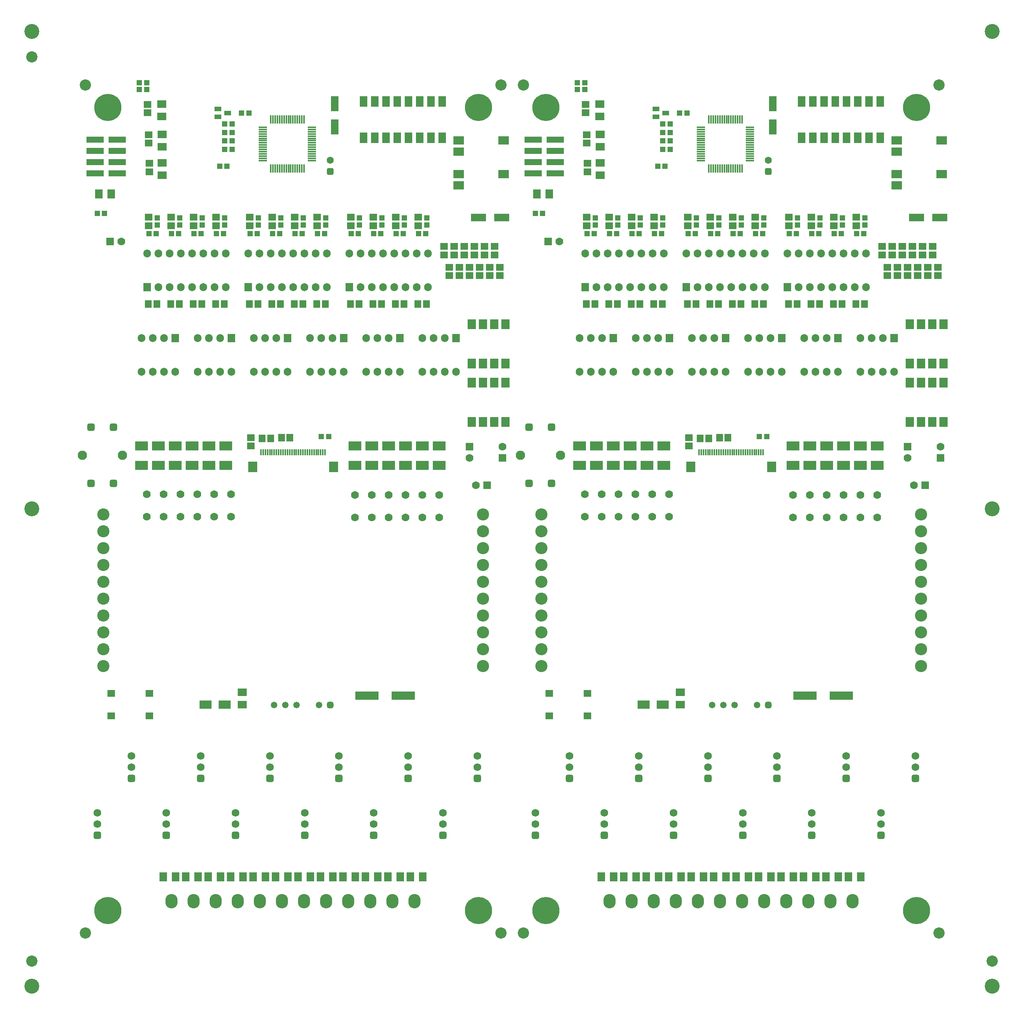
<source format=gts>
%FSLAX25Y25*%
%MOIN*%
G70*
G01*
G75*
G04 Layer_Color=8388736*
%ADD10C,0.05000*%
%ADD11R,0.06000X0.05500*%
%ADD12R,0.20000X0.07000*%
%ADD13R,0.10000X0.07000*%
%ADD14R,0.07087X0.06299*%
%ADD15R,0.14500X0.05000*%
%ADD16O,0.07087X0.01181*%
%ADD17O,0.01181X0.07087*%
%ADD18R,0.07087X0.08661*%
%ADD19R,0.01181X0.05118*%
%ADD20R,0.05906X0.05118*%
%ADD21R,0.10630X0.07087*%
%ADD22R,0.05118X0.05906*%
%ADD23R,0.06000X0.08500*%
%ADD24R,0.04331X0.03937*%
%ADD25R,0.03937X0.04331*%
%ADD26R,0.06299X0.07087*%
%ADD27R,0.05600X0.03600*%
%ADD28R,0.06000X0.12500*%
%ADD29R,0.12500X0.06000*%
%ADD30R,0.07000X0.08000*%
%ADD31R,0.09000X0.06500*%
%ADD32C,0.10000*%
%ADD33C,0.05000*%
%ADD34C,0.13000*%
%ADD35C,0.08000*%
%ADD36C,0.01000*%
%ADD37C,0.01200*%
%ADD38C,0.02500*%
%ADD39C,0.02000*%
%ADD40C,0.00800*%
%ADD41C,0.12500*%
G04:AMPARAMS|DCode=42|XSize=55mil|YSize=55mil|CornerRadius=13.75mil|HoleSize=0mil|Usage=FLASHONLY|Rotation=180.000|XOffset=0mil|YOffset=0mil|HoleType=Round|Shape=RoundedRectangle|*
%AMROUNDEDRECTD42*
21,1,0.05500,0.02750,0,0,180.0*
21,1,0.02750,0.05500,0,0,180.0*
1,1,0.02750,-0.01375,0.01375*
1,1,0.02750,0.01375,0.01375*
1,1,0.02750,0.01375,-0.01375*
1,1,0.02750,-0.01375,-0.01375*
%
%ADD42ROUNDEDRECTD42*%
%ADD43C,0.05500*%
G04:AMPARAMS|DCode=44|XSize=50mil|YSize=50mil|CornerRadius=12.5mil|HoleSize=0mil|Usage=FLASHONLY|Rotation=180.000|XOffset=0mil|YOffset=0mil|HoleType=Round|Shape=RoundedRectangle|*
%AMROUNDEDRECTD44*
21,1,0.05000,0.02500,0,0,180.0*
21,1,0.02500,0.05000,0,0,180.0*
1,1,0.02500,-0.01250,0.01250*
1,1,0.02500,0.01250,0.01250*
1,1,0.02500,0.01250,-0.01250*
1,1,0.02500,-0.01250,-0.01250*
%
%ADD44ROUNDEDRECTD44*%
G04:AMPARAMS|DCode=45|XSize=60mil|YSize=60mil|CornerRadius=15mil|HoleSize=0mil|Usage=FLASHONLY|Rotation=90.000|XOffset=0mil|YOffset=0mil|HoleType=Round|Shape=RoundedRectangle|*
%AMROUNDEDRECTD45*
21,1,0.06000,0.03000,0,0,90.0*
21,1,0.03000,0.06000,0,0,90.0*
1,1,0.03000,0.01500,0.01500*
1,1,0.03000,0.01500,-0.01500*
1,1,0.03000,-0.01500,-0.01500*
1,1,0.03000,-0.01500,0.01500*
%
%ADD45ROUNDEDRECTD45*%
%ADD46C,0.06000*%
%ADD47C,0.07500*%
%ADD48C,0.06200*%
%ADD49R,0.06200X0.06200*%
%ADD50C,0.10000*%
%ADD51C,0.23400*%
%ADD52O,0.10000X0.12000*%
%ADD53O,0.06000X0.06400*%
%ADD54R,0.06000X0.06400*%
%ADD55R,0.06200X0.06200*%
%ADD56C,0.08000*%
%ADD57C,0.03000*%
%ADD58R,0.25590X0.23622*%
%ADD59R,0.11800X0.06300*%
%ADD60R,0.02500X0.06000*%
%ADD61R,0.06000X0.02500*%
%ADD62R,0.09000X0.10000*%
%ADD63C,0.03000*%
%ADD64C,0.00984*%
%ADD65C,0.02362*%
%ADD66C,0.01600*%
%ADD67C,0.00787*%
%ADD68C,0.00699*%
%ADD69C,0.01500*%
%ADD70C,0.00500*%
%ADD71R,0.19000X0.55500*%
G04:AMPARAMS|DCode=72|XSize=51.06mil|YSize=51.06mil|CornerRadius=12.77mil|HoleSize=0mil|Usage=FLASHONLY|Rotation=0.000|XOffset=0mil|YOffset=0mil|HoleType=Round|Shape=RoundedRectangle|*
%AMROUNDEDRECTD72*
21,1,0.05106,0.02553,0,0,0.0*
21,1,0.02553,0.05106,0,0,0.0*
1,1,0.02553,0.01277,-0.01277*
1,1,0.02553,-0.01277,-0.01277*
1,1,0.02553,-0.01277,0.01277*
1,1,0.02553,0.01277,0.01277*
%
%ADD72ROUNDEDRECTD72*%
%ADD73C,0.05106*%
%ADD74P,0.09051X4X270.0*%
%ADD75R,0.06000X0.06000*%
%ADD76O,0.10200X0.12200*%
%ADD77P,0.09051X4X360.0*%
%ADD78R,0.06890X0.08465*%
%ADD79R,0.06800X0.06300*%
%ADD80R,0.20800X0.07800*%
%ADD81R,0.10800X0.07800*%
%ADD82R,0.07887X0.07099*%
%ADD83R,0.15300X0.05800*%
%ADD84O,0.07387X0.01481*%
%ADD85O,0.01481X0.07387*%
%ADD86R,0.07874X0.09449*%
%ADD87R,0.01481X0.05418*%
%ADD88R,0.06706X0.05918*%
%ADD89R,0.11430X0.07887*%
%ADD90R,0.05918X0.06706*%
%ADD91R,0.06800X0.09300*%
%ADD92R,0.05131X0.04737*%
%ADD93R,0.04737X0.05131*%
%ADD94R,0.07099X0.07887*%
%ADD95R,0.06400X0.04400*%
%ADD96R,0.06800X0.13300*%
%ADD97R,0.13300X0.06800*%
%ADD98R,0.07800X0.08800*%
%ADD99R,0.09800X0.07300*%
%ADD100C,0.13300*%
G04:AMPARAMS|DCode=101|XSize=63mil|YSize=63mil|CornerRadius=17.75mil|HoleSize=0mil|Usage=FLASHONLY|Rotation=180.000|XOffset=0mil|YOffset=0mil|HoleType=Round|Shape=RoundedRectangle|*
%AMROUNDEDRECTD101*
21,1,0.06300,0.02750,0,0,180.0*
21,1,0.02750,0.06300,0,0,180.0*
1,1,0.03550,-0.01375,0.01375*
1,1,0.03550,0.01375,0.01375*
1,1,0.03550,0.01375,-0.01375*
1,1,0.03550,-0.01375,-0.01375*
%
%ADD101ROUNDEDRECTD101*%
%ADD102C,0.06300*%
%ADD103C,0.05800*%
G04:AMPARAMS|DCode=104|XSize=58mil|YSize=58mil|CornerRadius=16.5mil|HoleSize=0mil|Usage=FLASHONLY|Rotation=180.000|XOffset=0mil|YOffset=0mil|HoleType=Round|Shape=RoundedRectangle|*
%AMROUNDEDRECTD104*
21,1,0.05800,0.02500,0,0,180.0*
21,1,0.02500,0.05800,0,0,180.0*
1,1,0.03300,-0.01250,0.01250*
1,1,0.03300,0.01250,0.01250*
1,1,0.03300,0.01250,-0.01250*
1,1,0.03300,-0.01250,-0.01250*
%
%ADD104ROUNDEDRECTD104*%
G04:AMPARAMS|DCode=105|XSize=68mil|YSize=68mil|CornerRadius=19mil|HoleSize=0mil|Usage=FLASHONLY|Rotation=90.000|XOffset=0mil|YOffset=0mil|HoleType=Round|Shape=RoundedRectangle|*
%AMROUNDEDRECTD105*
21,1,0.06800,0.03000,0,0,90.0*
21,1,0.03000,0.06800,0,0,90.0*
1,1,0.03800,0.01500,0.01500*
1,1,0.03800,0.01500,-0.01500*
1,1,0.03800,-0.01500,-0.01500*
1,1,0.03800,-0.01500,0.01500*
%
%ADD105ROUNDEDRECTD105*%
%ADD106C,0.06800*%
%ADD107C,0.08300*%
%ADD108C,0.07000*%
%ADD109R,0.07000X0.07000*%
%ADD110C,0.10800*%
%ADD111C,0.24200*%
%ADD112O,0.10800X0.12800*%
%ADD113O,0.06800X0.07200*%
%ADD114R,0.06800X0.07200*%
%ADD115R,0.07000X0.07000*%
G54D50*
X12500Y840000D02*
D03*
X867500Y35000D02*
D03*
X12500D02*
D03*
X60000Y60000D02*
D03*
X430000Y60000D02*
D03*
X60000Y815000D02*
D03*
X430000D02*
D03*
X450000Y60000D02*
D03*
X820000Y60000D02*
D03*
X450000Y815000D02*
D03*
X820000D02*
D03*
G54D79*
X83000Y253100D02*
D03*
Y273100D02*
D03*
X117000Y253100D02*
D03*
Y273100D02*
D03*
X473000Y253100D02*
D03*
Y273100D02*
D03*
X507000Y253100D02*
D03*
Y273100D02*
D03*
G54D80*
X310750Y271400D02*
D03*
X343250D02*
D03*
X700750D02*
D03*
X733250D02*
D03*
G54D81*
X184000Y263300D02*
D03*
X167000D02*
D03*
X574000D02*
D03*
X557000D02*
D03*
G54D82*
X199800Y274300D02*
D03*
Y263300D02*
D03*
X128000Y798000D02*
D03*
Y787000D02*
D03*
X128500Y771000D02*
D03*
Y760000D02*
D03*
Y745500D02*
D03*
Y734500D02*
D03*
X589800Y274300D02*
D03*
Y263300D02*
D03*
X518000Y798000D02*
D03*
Y787000D02*
D03*
X518500Y771000D02*
D03*
Y760000D02*
D03*
Y745500D02*
D03*
Y734500D02*
D03*
G54D83*
X68950Y746400D02*
D03*
Y736400D02*
D03*
Y766400D02*
D03*
Y756400D02*
D03*
X88450Y746400D02*
D03*
Y736400D02*
D03*
Y766400D02*
D03*
Y756400D02*
D03*
X458950Y746400D02*
D03*
Y736400D02*
D03*
Y766400D02*
D03*
Y756400D02*
D03*
X478450Y746400D02*
D03*
Y736400D02*
D03*
Y766400D02*
D03*
Y756400D02*
D03*
G54D84*
X218150Y777264D02*
D03*
Y775295D02*
D03*
Y773327D02*
D03*
Y771358D02*
D03*
Y769390D02*
D03*
Y767421D02*
D03*
Y765453D02*
D03*
Y763484D02*
D03*
Y761516D02*
D03*
Y759547D02*
D03*
Y757579D02*
D03*
Y755610D02*
D03*
Y753642D02*
D03*
Y751673D02*
D03*
Y749705D02*
D03*
Y747736D02*
D03*
X261850D02*
D03*
Y749705D02*
D03*
Y751673D02*
D03*
Y753642D02*
D03*
Y755610D02*
D03*
Y757579D02*
D03*
Y759547D02*
D03*
Y761516D02*
D03*
Y763484D02*
D03*
Y765453D02*
D03*
Y767421D02*
D03*
Y769390D02*
D03*
Y771358D02*
D03*
Y773327D02*
D03*
Y775295D02*
D03*
Y777264D02*
D03*
X608150D02*
D03*
Y775295D02*
D03*
Y773327D02*
D03*
Y771358D02*
D03*
Y769390D02*
D03*
Y767421D02*
D03*
Y765453D02*
D03*
Y763484D02*
D03*
Y761516D02*
D03*
Y759547D02*
D03*
Y757579D02*
D03*
Y755610D02*
D03*
Y753642D02*
D03*
Y751673D02*
D03*
Y749705D02*
D03*
Y747736D02*
D03*
X651850D02*
D03*
Y749705D02*
D03*
Y751673D02*
D03*
Y753642D02*
D03*
Y755610D02*
D03*
Y757579D02*
D03*
Y759547D02*
D03*
Y761516D02*
D03*
Y763484D02*
D03*
Y765453D02*
D03*
Y767421D02*
D03*
Y769390D02*
D03*
Y771358D02*
D03*
Y773327D02*
D03*
Y775295D02*
D03*
Y777264D02*
D03*
G54D85*
X225236Y740650D02*
D03*
X227205D02*
D03*
X229173D02*
D03*
X231142D02*
D03*
X233110D02*
D03*
X235079D02*
D03*
X237047D02*
D03*
X239016D02*
D03*
X240984D02*
D03*
X242953D02*
D03*
X244921D02*
D03*
X246890D02*
D03*
X248858D02*
D03*
X250827D02*
D03*
X252795D02*
D03*
X254764D02*
D03*
Y784350D02*
D03*
X252795D02*
D03*
X250827D02*
D03*
X248858D02*
D03*
X246890D02*
D03*
X244921D02*
D03*
X242953D02*
D03*
X240984D02*
D03*
X239016D02*
D03*
X237047D02*
D03*
X235079D02*
D03*
X233110D02*
D03*
X231142D02*
D03*
X229173D02*
D03*
X227205D02*
D03*
X225236D02*
D03*
X615236Y740650D02*
D03*
X617205D02*
D03*
X619173D02*
D03*
X621142D02*
D03*
X623110D02*
D03*
X625079D02*
D03*
X627047D02*
D03*
X629016D02*
D03*
X630984D02*
D03*
X632953D02*
D03*
X634921D02*
D03*
X636890D02*
D03*
X638858D02*
D03*
X640827D02*
D03*
X642795D02*
D03*
X644764D02*
D03*
Y784350D02*
D03*
X642795D02*
D03*
X640827D02*
D03*
X638858D02*
D03*
X636890D02*
D03*
X634921D02*
D03*
X632953D02*
D03*
X630984D02*
D03*
X629016D02*
D03*
X627047D02*
D03*
X625079D02*
D03*
X623110D02*
D03*
X621142D02*
D03*
X619173D02*
D03*
X617205D02*
D03*
X615236D02*
D03*
G54D86*
X208976Y475002D02*
D03*
X281024D02*
D03*
X598976D02*
D03*
X671024D02*
D03*
G54D87*
X273543Y487798D02*
D03*
X271575D02*
D03*
X269606D02*
D03*
X267638D02*
D03*
X265669D02*
D03*
X263701D02*
D03*
X261732D02*
D03*
X259764D02*
D03*
X257795D02*
D03*
X255827D02*
D03*
X253858D02*
D03*
X251890D02*
D03*
X249921D02*
D03*
X247953D02*
D03*
X245984D02*
D03*
X244016D02*
D03*
X242047D02*
D03*
X240079D02*
D03*
X238110D02*
D03*
X236142D02*
D03*
X234173D02*
D03*
X232205D02*
D03*
X230236D02*
D03*
X228268D02*
D03*
X226299D02*
D03*
X224331D02*
D03*
X222362D02*
D03*
X220394D02*
D03*
X218425D02*
D03*
X216457D02*
D03*
X663543D02*
D03*
X661575D02*
D03*
X659606D02*
D03*
X657638D02*
D03*
X655669D02*
D03*
X653701D02*
D03*
X651732D02*
D03*
X649764D02*
D03*
X647795D02*
D03*
X645827D02*
D03*
X643858D02*
D03*
X641890D02*
D03*
X639921D02*
D03*
X637953D02*
D03*
X635984D02*
D03*
X634016D02*
D03*
X632047D02*
D03*
X630079D02*
D03*
X628110D02*
D03*
X626142D02*
D03*
X624173D02*
D03*
X622205D02*
D03*
X620236D02*
D03*
X618268D02*
D03*
X616299D02*
D03*
X614331D02*
D03*
X612362D02*
D03*
X610394D02*
D03*
X608425D02*
D03*
X606457D02*
D03*
G54D88*
X379500Y663750D02*
D03*
Y671250D02*
D03*
X207500Y501050D02*
D03*
Y493550D02*
D03*
X115500Y797750D02*
D03*
Y790250D02*
D03*
X411000Y652750D02*
D03*
X397500Y671250D02*
D03*
X393000Y652750D02*
D03*
X266500Y697250D02*
D03*
Y689750D02*
D03*
X246500Y697250D02*
D03*
Y689750D02*
D03*
X226500Y697250D02*
D03*
Y689750D02*
D03*
X206500Y697250D02*
D03*
Y689750D02*
D03*
X356500Y697250D02*
D03*
Y689750D02*
D03*
X336500Y697250D02*
D03*
Y689750D02*
D03*
X316500Y697250D02*
D03*
Y689750D02*
D03*
X296500Y697250D02*
D03*
Y689750D02*
D03*
X176500Y697250D02*
D03*
Y689750D02*
D03*
X156500Y697250D02*
D03*
Y689750D02*
D03*
X136500Y697250D02*
D03*
Y689750D02*
D03*
X116500Y697250D02*
D03*
Y689750D02*
D03*
Y763250D02*
D03*
Y770750D02*
D03*
X117000Y737750D02*
D03*
Y745250D02*
D03*
X393000Y645250D02*
D03*
X397500Y663750D02*
D03*
X411000Y645250D02*
D03*
X388500Y663750D02*
D03*
Y671250D02*
D03*
X420000Y645250D02*
D03*
Y652750D02*
D03*
X384000Y645250D02*
D03*
Y652750D02*
D03*
X402000Y645250D02*
D03*
Y652750D02*
D03*
X429000Y645250D02*
D03*
Y652750D02*
D03*
X424500Y663750D02*
D03*
Y671250D02*
D03*
X406500Y663750D02*
D03*
Y671250D02*
D03*
X415500D02*
D03*
Y663750D02*
D03*
X769500D02*
D03*
Y671250D02*
D03*
X597500Y501050D02*
D03*
Y493550D02*
D03*
X505500Y797750D02*
D03*
Y790250D02*
D03*
X801000Y652750D02*
D03*
X787500Y671250D02*
D03*
X783000Y652750D02*
D03*
X656500Y697250D02*
D03*
Y689750D02*
D03*
X636500Y697250D02*
D03*
Y689750D02*
D03*
X616500Y697250D02*
D03*
Y689750D02*
D03*
X596500Y697250D02*
D03*
Y689750D02*
D03*
X746500Y697250D02*
D03*
Y689750D02*
D03*
X726500Y697250D02*
D03*
Y689750D02*
D03*
X706500Y697250D02*
D03*
Y689750D02*
D03*
X686500Y697250D02*
D03*
Y689750D02*
D03*
X566500Y697250D02*
D03*
Y689750D02*
D03*
X546500Y697250D02*
D03*
Y689750D02*
D03*
X526500Y697250D02*
D03*
Y689750D02*
D03*
X506500Y697250D02*
D03*
Y689750D02*
D03*
Y763250D02*
D03*
Y770750D02*
D03*
X507000Y737750D02*
D03*
Y745250D02*
D03*
X783000Y645250D02*
D03*
X787500Y663750D02*
D03*
X801000Y645250D02*
D03*
X778500Y663750D02*
D03*
Y671250D02*
D03*
X810000Y645250D02*
D03*
Y652750D02*
D03*
X774000Y645250D02*
D03*
Y652750D02*
D03*
X792000Y645250D02*
D03*
Y652750D02*
D03*
X819000Y645250D02*
D03*
Y652750D02*
D03*
X814500Y663750D02*
D03*
Y671250D02*
D03*
X796500Y663750D02*
D03*
Y671250D02*
D03*
X805500D02*
D03*
Y663750D02*
D03*
G54D89*
X330000Y476250D02*
D03*
Y493750D02*
D03*
X345000D02*
D03*
Y476250D02*
D03*
X360000Y493750D02*
D03*
Y476250D02*
D03*
X375000Y493750D02*
D03*
Y476250D02*
D03*
X300000D02*
D03*
Y493750D02*
D03*
X315000D02*
D03*
Y476250D02*
D03*
X110000D02*
D03*
Y493750D02*
D03*
X125000Y476250D02*
D03*
Y493750D02*
D03*
X140000Y476250D02*
D03*
Y493750D02*
D03*
X155000Y476250D02*
D03*
Y493750D02*
D03*
X170000Y476250D02*
D03*
Y493750D02*
D03*
X185000Y476250D02*
D03*
Y493750D02*
D03*
X720000Y476250D02*
D03*
Y493750D02*
D03*
X735000D02*
D03*
Y476250D02*
D03*
X750000Y493750D02*
D03*
Y476250D02*
D03*
X765000Y493750D02*
D03*
Y476250D02*
D03*
X690000D02*
D03*
Y493750D02*
D03*
X705000D02*
D03*
Y476250D02*
D03*
X500000D02*
D03*
Y493750D02*
D03*
X515000Y476250D02*
D03*
Y493750D02*
D03*
X530000Y476250D02*
D03*
Y493750D02*
D03*
X545000Y476250D02*
D03*
Y493750D02*
D03*
X560000Y476250D02*
D03*
Y493750D02*
D03*
X575000Y476250D02*
D03*
Y493750D02*
D03*
G54D90*
X242250Y501000D02*
D03*
X234750D02*
D03*
X225050Y500300D02*
D03*
X217550D02*
D03*
X116250Y620000D02*
D03*
X123750D02*
D03*
X136250D02*
D03*
X143750D02*
D03*
X156250D02*
D03*
X163750D02*
D03*
X176250D02*
D03*
X183750D02*
D03*
X296250D02*
D03*
X303750D02*
D03*
X316250D02*
D03*
X323750D02*
D03*
X336250D02*
D03*
X343750D02*
D03*
X356250D02*
D03*
X363750D02*
D03*
X213750D02*
D03*
X206250D02*
D03*
X233750D02*
D03*
X226250D02*
D03*
X253750D02*
D03*
X246250D02*
D03*
X273750D02*
D03*
X266250D02*
D03*
X632250Y501000D02*
D03*
X624750D02*
D03*
X615050Y500300D02*
D03*
X607550D02*
D03*
X506250Y620000D02*
D03*
X513750D02*
D03*
X526250D02*
D03*
X533750D02*
D03*
X546250D02*
D03*
X553750D02*
D03*
X566250D02*
D03*
X573750D02*
D03*
X686250D02*
D03*
X693750D02*
D03*
X706250D02*
D03*
X713750D02*
D03*
X726250D02*
D03*
X733750D02*
D03*
X746250D02*
D03*
X753750D02*
D03*
X603750D02*
D03*
X596250D02*
D03*
X623750D02*
D03*
X616250D02*
D03*
X643750D02*
D03*
X636250D02*
D03*
X663750D02*
D03*
X656250D02*
D03*
G54D91*
X327700Y767900D02*
D03*
X337700D02*
D03*
X327700Y800400D02*
D03*
X337700D02*
D03*
X307700Y767900D02*
D03*
Y800400D02*
D03*
X317700Y767900D02*
D03*
Y800400D02*
D03*
X357700D02*
D03*
Y767900D02*
D03*
X347700Y800400D02*
D03*
Y767900D02*
D03*
X377700Y800400D02*
D03*
X367700D02*
D03*
X377700Y767900D02*
D03*
X367700D02*
D03*
X717700D02*
D03*
X727700D02*
D03*
X717700Y800400D02*
D03*
X727700D02*
D03*
X697700Y767900D02*
D03*
Y800400D02*
D03*
X707700Y767900D02*
D03*
Y800400D02*
D03*
X747700D02*
D03*
Y767900D02*
D03*
X737700Y800400D02*
D03*
Y767900D02*
D03*
X767700Y800400D02*
D03*
X757700D02*
D03*
X767700Y767900D02*
D03*
X757700D02*
D03*
G54D92*
X190750Y772700D02*
D03*
X184250D02*
D03*
X190750Y780200D02*
D03*
X184250D02*
D03*
X114750Y817000D02*
D03*
X108250D02*
D03*
Y811000D02*
D03*
X114750D02*
D03*
X199250Y790000D02*
D03*
X77250Y700500D02*
D03*
X70750D02*
D03*
X190750Y765200D02*
D03*
X184250D02*
D03*
X190750Y757700D02*
D03*
X184250D02*
D03*
X186250Y742500D02*
D03*
X179750D02*
D03*
X183250Y682500D02*
D03*
X176750D02*
D03*
X163250D02*
D03*
X156750D02*
D03*
X143250D02*
D03*
X136750D02*
D03*
X123250D02*
D03*
X116750D02*
D03*
X363250D02*
D03*
X356750D02*
D03*
X343250D02*
D03*
X336750D02*
D03*
X323250D02*
D03*
X316750D02*
D03*
X303250D02*
D03*
X296750D02*
D03*
X273250D02*
D03*
X266750D02*
D03*
X253250D02*
D03*
X246750D02*
D03*
X233250D02*
D03*
X226750D02*
D03*
X213250D02*
D03*
X206750D02*
D03*
X270250Y502000D02*
D03*
X276750D02*
D03*
X205750Y790000D02*
D03*
X580750Y772700D02*
D03*
X574250D02*
D03*
X580750Y780200D02*
D03*
X574250D02*
D03*
X504750Y817000D02*
D03*
X498250D02*
D03*
Y811000D02*
D03*
X504750D02*
D03*
X589250Y790000D02*
D03*
X467250Y700500D02*
D03*
X460750D02*
D03*
X580750Y765200D02*
D03*
X574250D02*
D03*
X580750Y757700D02*
D03*
X574250D02*
D03*
X576250Y742500D02*
D03*
X569750D02*
D03*
X573250Y682500D02*
D03*
X566750D02*
D03*
X553250D02*
D03*
X546750D02*
D03*
X533250D02*
D03*
X526750D02*
D03*
X513250D02*
D03*
X506750D02*
D03*
X753250D02*
D03*
X746750D02*
D03*
X733250D02*
D03*
X726750D02*
D03*
X713250D02*
D03*
X706750D02*
D03*
X693250D02*
D03*
X686750D02*
D03*
X663250D02*
D03*
X656750D02*
D03*
X643250D02*
D03*
X636750D02*
D03*
X623250D02*
D03*
X616750D02*
D03*
X603250D02*
D03*
X596750D02*
D03*
X660250Y502000D02*
D03*
X666750D02*
D03*
X595750Y790000D02*
D03*
G54D93*
X274000Y690250D02*
D03*
Y696750D02*
D03*
X254000Y690250D02*
D03*
Y696750D02*
D03*
X234000Y690250D02*
D03*
Y696750D02*
D03*
X214000Y690250D02*
D03*
Y696750D02*
D03*
X364000Y690250D02*
D03*
Y696750D02*
D03*
X344000Y690250D02*
D03*
Y696750D02*
D03*
X324000Y690250D02*
D03*
Y696750D02*
D03*
X304000Y690250D02*
D03*
Y696750D02*
D03*
X184000Y690250D02*
D03*
Y696750D02*
D03*
X164000Y690250D02*
D03*
Y696750D02*
D03*
X144000Y690250D02*
D03*
Y696750D02*
D03*
X124000Y690250D02*
D03*
Y696750D02*
D03*
X664000Y690250D02*
D03*
Y696750D02*
D03*
X644000Y690250D02*
D03*
Y696750D02*
D03*
X624000Y690250D02*
D03*
Y696750D02*
D03*
X604000Y690250D02*
D03*
Y696750D02*
D03*
X754000Y690250D02*
D03*
Y696750D02*
D03*
X734000Y690250D02*
D03*
Y696750D02*
D03*
X714000Y690250D02*
D03*
Y696750D02*
D03*
X694000Y690250D02*
D03*
Y696750D02*
D03*
X574000Y690250D02*
D03*
Y696750D02*
D03*
X554000Y690250D02*
D03*
Y696750D02*
D03*
X534000Y690250D02*
D03*
Y696750D02*
D03*
X514000Y690250D02*
D03*
Y696750D02*
D03*
G54D94*
X360500Y109900D02*
D03*
X349500D02*
D03*
X340500D02*
D03*
X329500D02*
D03*
X320500D02*
D03*
X309500D02*
D03*
X300500D02*
D03*
X289500D02*
D03*
X140500D02*
D03*
X129500D02*
D03*
X160500D02*
D03*
X149500D02*
D03*
X180500D02*
D03*
X169500D02*
D03*
X200500D02*
D03*
X189500D02*
D03*
X220500D02*
D03*
X209500D02*
D03*
X240500D02*
D03*
X229500D02*
D03*
X260500D02*
D03*
X249500D02*
D03*
X280500D02*
D03*
X269500D02*
D03*
X83000Y718000D02*
D03*
X72000D02*
D03*
X750500Y109900D02*
D03*
X739500D02*
D03*
X730500D02*
D03*
X719500D02*
D03*
X710500D02*
D03*
X699500D02*
D03*
X690500D02*
D03*
X679500D02*
D03*
X530500D02*
D03*
X519500D02*
D03*
X550500D02*
D03*
X539500D02*
D03*
X570500D02*
D03*
X559500D02*
D03*
X590500D02*
D03*
X579500D02*
D03*
X610500D02*
D03*
X599500D02*
D03*
X630500D02*
D03*
X619500D02*
D03*
X650500D02*
D03*
X639500D02*
D03*
X670500D02*
D03*
X659500D02*
D03*
X473000Y718000D02*
D03*
X462000D02*
D03*
G54D95*
X178250Y786500D02*
D03*
X186750Y790000D02*
D03*
X178250Y793500D02*
D03*
X568250Y786500D02*
D03*
X576750Y790000D02*
D03*
X568250Y793500D02*
D03*
G54D96*
X282000Y777750D02*
D03*
Y798250D02*
D03*
X672000Y777750D02*
D03*
Y798250D02*
D03*
G54D97*
X430750Y697000D02*
D03*
X410250D02*
D03*
X820750D02*
D03*
X800250D02*
D03*
G54D98*
X424000Y515000D02*
D03*
X434000D02*
D03*
X404000D02*
D03*
X434000Y550000D02*
D03*
X404000D02*
D03*
X414000Y515000D02*
D03*
Y550000D02*
D03*
X424000D02*
D03*
Y567000D02*
D03*
X434000D02*
D03*
X404000D02*
D03*
X434000Y602000D02*
D03*
X404000D02*
D03*
X414000Y567000D02*
D03*
Y602000D02*
D03*
X424000D02*
D03*
X814000Y515000D02*
D03*
X824000D02*
D03*
X794000D02*
D03*
X824000Y550000D02*
D03*
X794000D02*
D03*
X804000Y515000D02*
D03*
Y550000D02*
D03*
X814000D02*
D03*
Y567000D02*
D03*
X824000D02*
D03*
X794000D02*
D03*
X824000Y602000D02*
D03*
X794000D02*
D03*
X804000Y567000D02*
D03*
Y602000D02*
D03*
X814000D02*
D03*
G54D99*
X392500Y765500D02*
D03*
Y755500D02*
D03*
Y735500D02*
D03*
Y725500D02*
D03*
X432500Y765500D02*
D03*
Y735500D02*
D03*
X782500Y765500D02*
D03*
Y755500D02*
D03*
Y735500D02*
D03*
Y725500D02*
D03*
X822500Y765500D02*
D03*
Y735500D02*
D03*
G54D100*
X12500Y437500D02*
D03*
X867500D02*
D03*
Y862500D02*
D03*
X12500D02*
D03*
X867500Y12500D02*
D03*
X12500D02*
D03*
G54D101*
X278300Y737800D02*
D03*
X668300D02*
D03*
G54D102*
X278300Y747800D02*
D03*
X668300D02*
D03*
G54D103*
X268000Y263000D02*
D03*
X248000D02*
D03*
X238000D02*
D03*
X228000D02*
D03*
X658000D02*
D03*
X638000D02*
D03*
X628000D02*
D03*
X618000D02*
D03*
G54D104*
X278000D02*
D03*
X668000D02*
D03*
G54D105*
X132245Y146800D02*
D03*
X85300Y510100D02*
D03*
Y460100D02*
D03*
X65300Y510100D02*
D03*
Y460100D02*
D03*
X316882Y146800D02*
D03*
X409000Y197700D02*
D03*
X378427Y146800D02*
D03*
X347455Y197700D02*
D03*
X285909D02*
D03*
X255336Y146800D02*
D03*
X224364Y197700D02*
D03*
X193791Y146800D02*
D03*
X162818Y197700D02*
D03*
X101273D02*
D03*
X70700Y146800D02*
D03*
X522245D02*
D03*
X475300Y510100D02*
D03*
Y460100D02*
D03*
X455300Y510100D02*
D03*
Y460100D02*
D03*
X706882Y146800D02*
D03*
X799000Y197700D02*
D03*
X768427Y146800D02*
D03*
X737455Y197700D02*
D03*
X675909D02*
D03*
X645336Y146800D02*
D03*
X614364Y197700D02*
D03*
X583791Y146800D02*
D03*
X552818Y197700D02*
D03*
X491273D02*
D03*
X460700Y146800D02*
D03*
G54D106*
X132245Y166800D02*
D03*
Y156800D02*
D03*
X316882Y166800D02*
D03*
Y156800D02*
D03*
X409000Y217700D02*
D03*
Y207700D02*
D03*
X378427Y166800D02*
D03*
Y156800D02*
D03*
X347455Y217700D02*
D03*
Y207700D02*
D03*
X285909Y217700D02*
D03*
Y207700D02*
D03*
X255336Y166800D02*
D03*
Y156800D02*
D03*
X224364Y217700D02*
D03*
Y207700D02*
D03*
X193791Y166800D02*
D03*
Y156800D02*
D03*
X162818Y217700D02*
D03*
Y207700D02*
D03*
X101273Y217700D02*
D03*
Y207700D02*
D03*
X70700Y166800D02*
D03*
Y156800D02*
D03*
X522245Y166800D02*
D03*
Y156800D02*
D03*
X706882Y166800D02*
D03*
Y156800D02*
D03*
X799000Y217700D02*
D03*
Y207700D02*
D03*
X768427Y166800D02*
D03*
Y156800D02*
D03*
X737455Y217700D02*
D03*
Y207700D02*
D03*
X675909Y217700D02*
D03*
Y207700D02*
D03*
X645336Y166800D02*
D03*
Y156800D02*
D03*
X614364Y217700D02*
D03*
Y207700D02*
D03*
X583791Y166800D02*
D03*
Y156800D02*
D03*
X552818Y217700D02*
D03*
Y207700D02*
D03*
X491273Y217700D02*
D03*
Y207700D02*
D03*
X460700Y166800D02*
D03*
Y156800D02*
D03*
G54D107*
X93000Y485100D02*
D03*
X57600D02*
D03*
X483000D02*
D03*
X447600D02*
D03*
G54D108*
X407700Y458700D02*
D03*
X92000Y675500D02*
D03*
X189800Y450500D02*
D03*
Y430500D02*
D03*
X174800Y450500D02*
D03*
Y430500D02*
D03*
X159800Y450500D02*
D03*
Y430500D02*
D03*
X144800Y450500D02*
D03*
Y430500D02*
D03*
X129800Y450500D02*
D03*
Y430500D02*
D03*
X114800Y450500D02*
D03*
Y430500D02*
D03*
X300000Y430000D02*
D03*
Y450000D02*
D03*
X315000Y430000D02*
D03*
Y450000D02*
D03*
X330000Y430000D02*
D03*
Y450000D02*
D03*
X345000Y430000D02*
D03*
Y450000D02*
D03*
X360000D02*
D03*
Y430000D02*
D03*
X375000D02*
D03*
Y450000D02*
D03*
X402200Y483000D02*
D03*
X431400Y493000D02*
D03*
X797700Y458700D02*
D03*
X482000Y675500D02*
D03*
X579800Y450500D02*
D03*
Y430500D02*
D03*
X564800Y450500D02*
D03*
Y430500D02*
D03*
X549800Y450500D02*
D03*
Y430500D02*
D03*
X534800Y450500D02*
D03*
Y430500D02*
D03*
X519800Y450500D02*
D03*
Y430500D02*
D03*
X504800Y450500D02*
D03*
Y430500D02*
D03*
X690000Y430000D02*
D03*
Y450000D02*
D03*
X705000Y430000D02*
D03*
Y450000D02*
D03*
X720000Y430000D02*
D03*
Y450000D02*
D03*
X735000Y430000D02*
D03*
Y450000D02*
D03*
X750000D02*
D03*
Y430000D02*
D03*
X765000D02*
D03*
Y450000D02*
D03*
X792200Y483000D02*
D03*
X821400Y493000D02*
D03*
G54D109*
X417700Y458700D02*
D03*
X82000Y675500D02*
D03*
X807700Y458700D02*
D03*
X472000Y675500D02*
D03*
G54D110*
X414000Y387500D02*
D03*
Y417500D02*
D03*
Y402500D02*
D03*
Y432500D02*
D03*
Y372500D02*
D03*
Y342500D02*
D03*
Y312500D02*
D03*
Y357500D02*
D03*
Y327500D02*
D03*
Y297500D02*
D03*
X76000Y387500D02*
D03*
Y417500D02*
D03*
Y402500D02*
D03*
Y432500D02*
D03*
Y372500D02*
D03*
Y342500D02*
D03*
Y312500D02*
D03*
Y357500D02*
D03*
Y327500D02*
D03*
Y297500D02*
D03*
X804000Y387500D02*
D03*
Y417500D02*
D03*
Y402500D02*
D03*
Y432500D02*
D03*
Y372500D02*
D03*
Y342500D02*
D03*
Y312500D02*
D03*
Y357500D02*
D03*
Y327500D02*
D03*
Y297500D02*
D03*
X466000Y387500D02*
D03*
Y417500D02*
D03*
Y402500D02*
D03*
Y432500D02*
D03*
Y372500D02*
D03*
Y342500D02*
D03*
Y312500D02*
D03*
Y357500D02*
D03*
Y327500D02*
D03*
Y297500D02*
D03*
G54D111*
X80000Y80000D02*
D03*
X410000D02*
D03*
X80000Y795000D02*
D03*
X410000D02*
D03*
X470000Y80000D02*
D03*
X800000D02*
D03*
X470000Y795000D02*
D03*
X800000D02*
D03*
G54D112*
X136732Y88400D02*
D03*
X156417D02*
D03*
X195788D02*
D03*
X215473D02*
D03*
X254843D02*
D03*
X274528D02*
D03*
X176102D02*
D03*
X235158D02*
D03*
X313898D02*
D03*
X353268D02*
D03*
X333583D02*
D03*
X294213D02*
D03*
X526732D02*
D03*
X546417D02*
D03*
X585787D02*
D03*
X605473D02*
D03*
X644843D02*
D03*
X664528D02*
D03*
X566103D02*
D03*
X625158D02*
D03*
X703898D02*
D03*
X743268D02*
D03*
X723583D02*
D03*
X684213D02*
D03*
G54D113*
X120000Y589500D02*
D03*
X110000D02*
D03*
X120000Y559500D02*
D03*
X110000D02*
D03*
X140000D02*
D03*
X130000Y589500D02*
D03*
Y559500D02*
D03*
X170000Y589500D02*
D03*
X160000D02*
D03*
X170000Y559500D02*
D03*
X160000D02*
D03*
X190000D02*
D03*
X180000Y589500D02*
D03*
Y559500D02*
D03*
X220000Y589500D02*
D03*
X210000D02*
D03*
X220000Y559500D02*
D03*
X210000D02*
D03*
X240000D02*
D03*
X230000Y589500D02*
D03*
Y559500D02*
D03*
X270000Y589500D02*
D03*
X260000D02*
D03*
X270000Y559500D02*
D03*
X260000D02*
D03*
X290000D02*
D03*
X280000Y589500D02*
D03*
Y559500D02*
D03*
X320000Y589500D02*
D03*
X310000D02*
D03*
X320000Y559500D02*
D03*
X310000D02*
D03*
X340000D02*
D03*
X330000Y589500D02*
D03*
Y559500D02*
D03*
X370000Y589500D02*
D03*
X360000D02*
D03*
X370000Y559500D02*
D03*
X360000D02*
D03*
X390000D02*
D03*
X380000Y589500D02*
D03*
Y559500D02*
D03*
X185000Y635000D02*
D03*
X155000D02*
D03*
X165000D02*
D03*
X135000D02*
D03*
X125000D02*
D03*
X185000Y665000D02*
D03*
X155000D02*
D03*
X165000D02*
D03*
X125000D02*
D03*
X135000D02*
D03*
X145000Y635000D02*
D03*
X175000D02*
D03*
X145000Y665000D02*
D03*
X175000D02*
D03*
X115000D02*
D03*
X275000Y635000D02*
D03*
X245000D02*
D03*
X255000D02*
D03*
X225000D02*
D03*
X215000D02*
D03*
X275000Y665000D02*
D03*
X245000D02*
D03*
X255000D02*
D03*
X215000D02*
D03*
X225000D02*
D03*
X235000Y635000D02*
D03*
X265000D02*
D03*
X235000Y665000D02*
D03*
X265000D02*
D03*
X205000D02*
D03*
X365000Y635000D02*
D03*
X335000D02*
D03*
X345000D02*
D03*
X315000D02*
D03*
X305000D02*
D03*
X365000Y665000D02*
D03*
X335000D02*
D03*
X345000D02*
D03*
X305000D02*
D03*
X315000D02*
D03*
X325000Y635000D02*
D03*
X355000D02*
D03*
X325000Y665000D02*
D03*
X355000D02*
D03*
X295000D02*
D03*
X510000Y589500D02*
D03*
X500000D02*
D03*
X510000Y559500D02*
D03*
X500000D02*
D03*
X530000D02*
D03*
X520000Y589500D02*
D03*
Y559500D02*
D03*
X560000Y589500D02*
D03*
X550000D02*
D03*
X560000Y559500D02*
D03*
X550000D02*
D03*
X580000D02*
D03*
X570000Y589500D02*
D03*
Y559500D02*
D03*
X610000Y589500D02*
D03*
X600000D02*
D03*
X610000Y559500D02*
D03*
X600000D02*
D03*
X630000D02*
D03*
X620000Y589500D02*
D03*
Y559500D02*
D03*
X660000Y589500D02*
D03*
X650000D02*
D03*
X660000Y559500D02*
D03*
X650000D02*
D03*
X680000D02*
D03*
X670000Y589500D02*
D03*
Y559500D02*
D03*
X710000Y589500D02*
D03*
X700000D02*
D03*
X710000Y559500D02*
D03*
X700000D02*
D03*
X730000D02*
D03*
X720000Y589500D02*
D03*
Y559500D02*
D03*
X760000Y589500D02*
D03*
X750000D02*
D03*
X760000Y559500D02*
D03*
X750000D02*
D03*
X780000D02*
D03*
X770000Y589500D02*
D03*
Y559500D02*
D03*
X575000Y635000D02*
D03*
X545000D02*
D03*
X555000D02*
D03*
X525000D02*
D03*
X515000D02*
D03*
X575000Y665000D02*
D03*
X545000D02*
D03*
X555000D02*
D03*
X515000D02*
D03*
X525000D02*
D03*
X535000Y635000D02*
D03*
X565000D02*
D03*
X535000Y665000D02*
D03*
X565000D02*
D03*
X505000D02*
D03*
X665000Y635000D02*
D03*
X635000D02*
D03*
X645000D02*
D03*
X615000D02*
D03*
X605000D02*
D03*
X665000Y665000D02*
D03*
X635000D02*
D03*
X645000D02*
D03*
X605000D02*
D03*
X615000D02*
D03*
X625000Y635000D02*
D03*
X655000D02*
D03*
X625000Y665000D02*
D03*
X655000D02*
D03*
X595000D02*
D03*
X755000Y635000D02*
D03*
X725000D02*
D03*
X735000D02*
D03*
X705000D02*
D03*
X695000D02*
D03*
X755000Y665000D02*
D03*
X725000D02*
D03*
X735000D02*
D03*
X695000D02*
D03*
X705000D02*
D03*
X715000Y635000D02*
D03*
X745000D02*
D03*
X715000Y665000D02*
D03*
X745000D02*
D03*
X685000D02*
D03*
G54D114*
X140000Y589500D02*
D03*
X190000D02*
D03*
X240000D02*
D03*
X290000D02*
D03*
X340000D02*
D03*
X390000D02*
D03*
X115000Y635000D02*
D03*
X205000D02*
D03*
X295000D02*
D03*
X530000Y589500D02*
D03*
X580000D02*
D03*
X630000D02*
D03*
X680000D02*
D03*
X730000D02*
D03*
X780000D02*
D03*
X505000Y635000D02*
D03*
X595000D02*
D03*
X685000D02*
D03*
G54D115*
X402200Y493000D02*
D03*
X431400Y483000D02*
D03*
X792200Y493000D02*
D03*
X821400Y483000D02*
D03*
M02*

</source>
